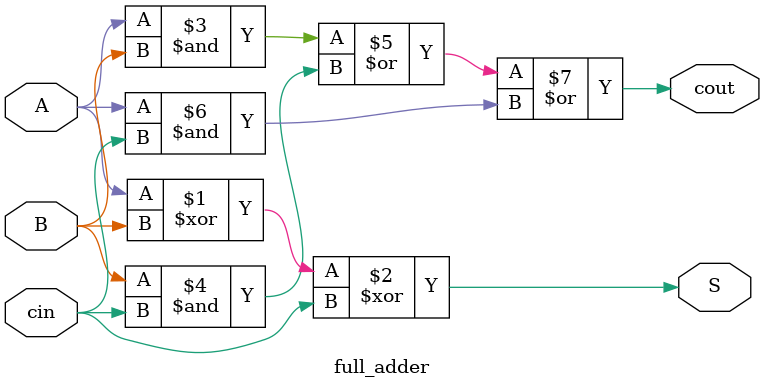
<source format=sv>
module nine_bit_adder
(
	input  [8:0] A, B,
	input         cin,
	output [8:0] S,
	output        cout
);

    /* TODO
     *
     * Insert code here to implement a ripple adder.
     * Your code should be completly combinational (don't use always_ff or always_latch).
     * Feel free to create sub-modules or other files. */
	  logic c0, c1;
	  
	  ripple_adder_4 fa1(.A(A[3:0]), .B(B[3:0]), .cin(cin), .S(S[3:0]), .cout(c0));
	  ripple_adder_4 fa2(.A(A[7:4]), .B(B[7:4]), .cin(c0),  .S(S[7:4]), .cout(c1));
	  full_adder fa3(.A(A[8]), .B(B[8]), .cin(c1), .S(S[8]), .cout(cout));

     
endmodule

module ripple_adder_4
(
	input		[3:0] A, B,
	input				cin,
	output	[3:0]	S,
	output			cout
);

/* This is a 4-bit ripple adder. */
	logic		c0, c1, c2;
	
	full_adder fa1(.A (A[0]), .B (B[0]), .cin(cin), .S (S[0]), .cout(c0));
	full_adder fa2(.A (A[1]), .B (B[1]), .cin(c0),  .S (S[1]), .cout(c1));
	full_adder fa3(.A (A[2]), .B (B[2]), .cin(c1),  .S (S[2]), .cout(c2));
	full_adder fa4(.A (A[3]), .B (B[3]), .cin(c2),  .S (S[3]), .cout(cout));


endmodule

module full_adder
(
	input		A, B,
	input		cin,
	output	S,
	output	cout
);

/* This is a 1-bit full adder. */

	assign S = A^B^cin;
	assign cout = (A&B) | (B&cin) | (A&cin);


endmodule


</source>
